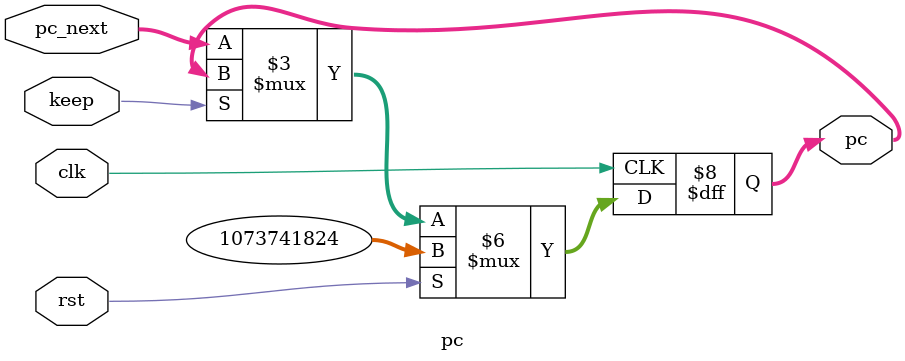
<source format=v>
module pc #(
    parameter RESET_PC = 32'h4000_0000
) (
    input clk,
    input rst,
    input keep,
    input [31:0] pc_next,

    output reg [31:0] pc
);

    always @(posedge clk) begin
        if (rst) begin
            pc <= RESET_PC;
        end
        else if (keep) begin
            pc <= pc;
        end
        else begin
            pc <= pc_next;
        end
    end
endmodule
</source>
